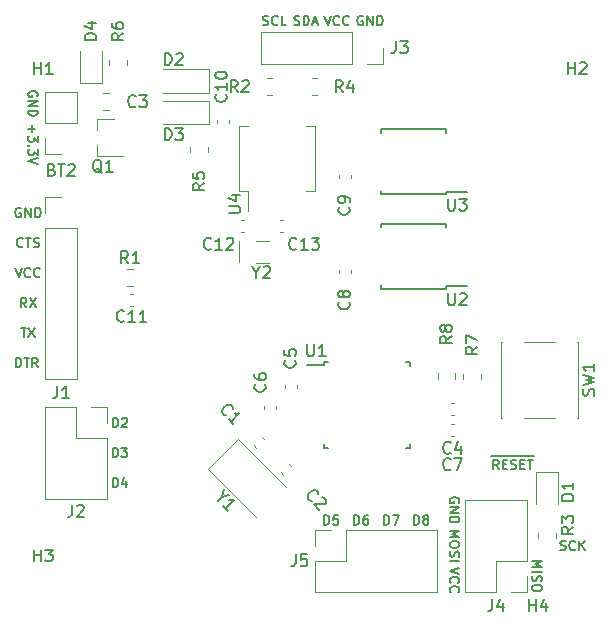
<source format=gbr>
%TF.GenerationSoftware,KiCad,Pcbnew,(5.1.9)-1*%
%TF.CreationDate,2021-02-03T11:38:48-08:00*%
%TF.ProjectId,ATMEGA328_RTC_EEPROM,41544d45-4741-4333-9238-5f5254435f45,1*%
%TF.SameCoordinates,Original*%
%TF.FileFunction,Legend,Top*%
%TF.FilePolarity,Positive*%
%FSLAX46Y46*%
G04 Gerber Fmt 4.6, Leading zero omitted, Abs format (unit mm)*
G04 Created by KiCad (PCBNEW (5.1.9)-1) date 2021-02-03 11:38:48*
%MOMM*%
%LPD*%
G01*
G04 APERTURE LIST*
%ADD10C,0.153000*%
%ADD11C,0.120000*%
%ADD12C,0.150000*%
G04 APERTURE END LIST*
D10*
X173596428Y-123005809D02*
X173710714Y-123043904D01*
X173901190Y-123043904D01*
X173977380Y-123005809D01*
X174015476Y-122967714D01*
X174053571Y-122891523D01*
X174053571Y-122815333D01*
X174015476Y-122739142D01*
X173977380Y-122701047D01*
X173901190Y-122662952D01*
X173748809Y-122624857D01*
X173672619Y-122586761D01*
X173634523Y-122548666D01*
X173596428Y-122472476D01*
X173596428Y-122396285D01*
X173634523Y-122320095D01*
X173672619Y-122282000D01*
X173748809Y-122243904D01*
X173939285Y-122243904D01*
X174053571Y-122282000D01*
X174853571Y-122967714D02*
X174815476Y-123005809D01*
X174701190Y-123043904D01*
X174625000Y-123043904D01*
X174510714Y-123005809D01*
X174434523Y-122929619D01*
X174396428Y-122853428D01*
X174358333Y-122701047D01*
X174358333Y-122586761D01*
X174396428Y-122434380D01*
X174434523Y-122358190D01*
X174510714Y-122282000D01*
X174625000Y-122243904D01*
X174701190Y-122243904D01*
X174815476Y-122282000D01*
X174853571Y-122320095D01*
X175196428Y-123043904D02*
X175196428Y-122243904D01*
X175653571Y-123043904D02*
X175310714Y-122586761D01*
X175653571Y-122243904D02*
X175196428Y-122701047D01*
X167735476Y-115049100D02*
X168535476Y-115049100D01*
X168383095Y-116185904D02*
X168116428Y-115804952D01*
X167925952Y-116185904D02*
X167925952Y-115385904D01*
X168230714Y-115385904D01*
X168306904Y-115424000D01*
X168345000Y-115462095D01*
X168383095Y-115538285D01*
X168383095Y-115652571D01*
X168345000Y-115728761D01*
X168306904Y-115766857D01*
X168230714Y-115804952D01*
X167925952Y-115804952D01*
X168535476Y-115049100D02*
X169259285Y-115049100D01*
X168725952Y-115766857D02*
X168992619Y-115766857D01*
X169106904Y-116185904D02*
X168725952Y-116185904D01*
X168725952Y-115385904D01*
X169106904Y-115385904D01*
X169259285Y-115049100D02*
X170021190Y-115049100D01*
X169411666Y-116147809D02*
X169525952Y-116185904D01*
X169716428Y-116185904D01*
X169792619Y-116147809D01*
X169830714Y-116109714D01*
X169868809Y-116033523D01*
X169868809Y-115957333D01*
X169830714Y-115881142D01*
X169792619Y-115843047D01*
X169716428Y-115804952D01*
X169564047Y-115766857D01*
X169487857Y-115728761D01*
X169449761Y-115690666D01*
X169411666Y-115614476D01*
X169411666Y-115538285D01*
X169449761Y-115462095D01*
X169487857Y-115424000D01*
X169564047Y-115385904D01*
X169754523Y-115385904D01*
X169868809Y-115424000D01*
X170021190Y-115049100D02*
X170745000Y-115049100D01*
X170211666Y-115766857D02*
X170478333Y-115766857D01*
X170592619Y-116185904D02*
X170211666Y-116185904D01*
X170211666Y-115385904D01*
X170592619Y-115385904D01*
X170745000Y-115049100D02*
X171354523Y-115049100D01*
X170821190Y-115385904D02*
X171278333Y-115385904D01*
X171049761Y-116185904D02*
X171049761Y-115385904D01*
X129305000Y-84607476D02*
X129343095Y-84531285D01*
X129343095Y-84417000D01*
X129305000Y-84302714D01*
X129228809Y-84226523D01*
X129152619Y-84188428D01*
X129000238Y-84150333D01*
X128885952Y-84150333D01*
X128733571Y-84188428D01*
X128657380Y-84226523D01*
X128581190Y-84302714D01*
X128543095Y-84417000D01*
X128543095Y-84493190D01*
X128581190Y-84607476D01*
X128619285Y-84645571D01*
X128885952Y-84645571D01*
X128885952Y-84493190D01*
X128543095Y-84988428D02*
X129343095Y-84988428D01*
X128543095Y-85445571D01*
X129343095Y-85445571D01*
X128543095Y-85826523D02*
X129343095Y-85826523D01*
X129343095Y-86017000D01*
X129305000Y-86131285D01*
X129228809Y-86207476D01*
X129152619Y-86245571D01*
X129000238Y-86283666D01*
X128885952Y-86283666D01*
X128733571Y-86245571D01*
X128657380Y-86207476D01*
X128581190Y-86131285D01*
X128543095Y-86017000D01*
X128543095Y-85826523D01*
X128847857Y-87046000D02*
X128847857Y-87655523D01*
X128543095Y-87350761D02*
X129152619Y-87350761D01*
X129343095Y-87960285D02*
X129343095Y-88455523D01*
X129038333Y-88188857D01*
X129038333Y-88303142D01*
X129000238Y-88379333D01*
X128962142Y-88417428D01*
X128885952Y-88455523D01*
X128695476Y-88455523D01*
X128619285Y-88417428D01*
X128581190Y-88379333D01*
X128543095Y-88303142D01*
X128543095Y-88074571D01*
X128581190Y-87998380D01*
X128619285Y-87960285D01*
X128619285Y-88798380D02*
X128581190Y-88836476D01*
X128543095Y-88798380D01*
X128581190Y-88760285D01*
X128619285Y-88798380D01*
X128543095Y-88798380D01*
X129343095Y-89103142D02*
X129343095Y-89598380D01*
X129038333Y-89331714D01*
X129038333Y-89446000D01*
X129000238Y-89522190D01*
X128962142Y-89560285D01*
X128885952Y-89598380D01*
X128695476Y-89598380D01*
X128619285Y-89560285D01*
X128581190Y-89522190D01*
X128543095Y-89446000D01*
X128543095Y-89217428D01*
X128581190Y-89141238D01*
X128619285Y-89103142D01*
X129343095Y-89826952D02*
X128543095Y-90093619D01*
X129343095Y-90360285D01*
X148399619Y-78555809D02*
X148513904Y-78593904D01*
X148704380Y-78593904D01*
X148780571Y-78555809D01*
X148818666Y-78517714D01*
X148856761Y-78441523D01*
X148856761Y-78365333D01*
X148818666Y-78289142D01*
X148780571Y-78251047D01*
X148704380Y-78212952D01*
X148552000Y-78174857D01*
X148475809Y-78136761D01*
X148437714Y-78098666D01*
X148399619Y-78022476D01*
X148399619Y-77946285D01*
X148437714Y-77870095D01*
X148475809Y-77832000D01*
X148552000Y-77793904D01*
X148742476Y-77793904D01*
X148856761Y-77832000D01*
X149656761Y-78517714D02*
X149618666Y-78555809D01*
X149504380Y-78593904D01*
X149428190Y-78593904D01*
X149313904Y-78555809D01*
X149237714Y-78479619D01*
X149199619Y-78403428D01*
X149161523Y-78251047D01*
X149161523Y-78136761D01*
X149199619Y-77984380D01*
X149237714Y-77908190D01*
X149313904Y-77832000D01*
X149428190Y-77793904D01*
X149504380Y-77793904D01*
X149618666Y-77832000D01*
X149656761Y-77870095D01*
X150380571Y-78593904D02*
X149999619Y-78593904D01*
X149999619Y-77793904D01*
X151047571Y-78555809D02*
X151161857Y-78593904D01*
X151352333Y-78593904D01*
X151428523Y-78555809D01*
X151466619Y-78517714D01*
X151504714Y-78441523D01*
X151504714Y-78365333D01*
X151466619Y-78289142D01*
X151428523Y-78251047D01*
X151352333Y-78212952D01*
X151199952Y-78174857D01*
X151123761Y-78136761D01*
X151085666Y-78098666D01*
X151047571Y-78022476D01*
X151047571Y-77946285D01*
X151085666Y-77870095D01*
X151123761Y-77832000D01*
X151199952Y-77793904D01*
X151390428Y-77793904D01*
X151504714Y-77832000D01*
X151847571Y-78593904D02*
X151847571Y-77793904D01*
X152038047Y-77793904D01*
X152152333Y-77832000D01*
X152228523Y-77908190D01*
X152266619Y-77984380D01*
X152304714Y-78136761D01*
X152304714Y-78251047D01*
X152266619Y-78403428D01*
X152228523Y-78479619D01*
X152152333Y-78555809D01*
X152038047Y-78593904D01*
X151847571Y-78593904D01*
X152609476Y-78365333D02*
X152990428Y-78365333D01*
X152533285Y-78593904D02*
X152799952Y-77793904D01*
X153066619Y-78593904D01*
X153619333Y-77793904D02*
X153886000Y-78593904D01*
X154152666Y-77793904D01*
X154876476Y-78517714D02*
X154838380Y-78555809D01*
X154724095Y-78593904D01*
X154647904Y-78593904D01*
X154533619Y-78555809D01*
X154457428Y-78479619D01*
X154419333Y-78403428D01*
X154381238Y-78251047D01*
X154381238Y-78136761D01*
X154419333Y-77984380D01*
X154457428Y-77908190D01*
X154533619Y-77832000D01*
X154647904Y-77793904D01*
X154724095Y-77793904D01*
X154838380Y-77832000D01*
X154876476Y-77870095D01*
X155676476Y-78517714D02*
X155638380Y-78555809D01*
X155524095Y-78593904D01*
X155447904Y-78593904D01*
X155333619Y-78555809D01*
X155257428Y-78479619D01*
X155219333Y-78403428D01*
X155181238Y-78251047D01*
X155181238Y-78136761D01*
X155219333Y-77984380D01*
X155257428Y-77908190D01*
X155333619Y-77832000D01*
X155447904Y-77793904D01*
X155524095Y-77793904D01*
X155638380Y-77832000D01*
X155676476Y-77870095D01*
X156870476Y-77832000D02*
X156794285Y-77793904D01*
X156680000Y-77793904D01*
X156565714Y-77832000D01*
X156489523Y-77908190D01*
X156451428Y-77984380D01*
X156413333Y-78136761D01*
X156413333Y-78251047D01*
X156451428Y-78403428D01*
X156489523Y-78479619D01*
X156565714Y-78555809D01*
X156680000Y-78593904D01*
X156756190Y-78593904D01*
X156870476Y-78555809D01*
X156908571Y-78517714D01*
X156908571Y-78251047D01*
X156756190Y-78251047D01*
X157251428Y-78593904D02*
X157251428Y-77793904D01*
X157708571Y-78593904D01*
X157708571Y-77793904D01*
X158089523Y-78593904D02*
X158089523Y-77793904D01*
X158280000Y-77793904D01*
X158394285Y-77832000D01*
X158470476Y-77908190D01*
X158508571Y-77984380D01*
X158546666Y-78136761D01*
X158546666Y-78251047D01*
X158508571Y-78403428D01*
X158470476Y-78479619D01*
X158394285Y-78555809D01*
X158280000Y-78593904D01*
X158089523Y-78593904D01*
X171215095Y-123964857D02*
X172015095Y-123964857D01*
X171443666Y-124231523D01*
X172015095Y-124498190D01*
X171215095Y-124498190D01*
X171215095Y-124879142D02*
X172015095Y-124879142D01*
X171253190Y-125222000D02*
X171215095Y-125336285D01*
X171215095Y-125526761D01*
X171253190Y-125602952D01*
X171291285Y-125641047D01*
X171367476Y-125679142D01*
X171443666Y-125679142D01*
X171519857Y-125641047D01*
X171557952Y-125602952D01*
X171596047Y-125526761D01*
X171634142Y-125374380D01*
X171672238Y-125298190D01*
X171710333Y-125260095D01*
X171786523Y-125222000D01*
X171862714Y-125222000D01*
X171938904Y-125260095D01*
X171977000Y-125298190D01*
X172015095Y-125374380D01*
X172015095Y-125564857D01*
X171977000Y-125679142D01*
X172015095Y-126174380D02*
X172015095Y-126326761D01*
X171977000Y-126402952D01*
X171900809Y-126479142D01*
X171748428Y-126517238D01*
X171481761Y-126517238D01*
X171329380Y-126479142D01*
X171253190Y-126402952D01*
X171215095Y-126326761D01*
X171215095Y-126174380D01*
X171253190Y-126098190D01*
X171329380Y-126022000D01*
X171481761Y-125983904D01*
X171748428Y-125983904D01*
X171900809Y-126022000D01*
X171977000Y-126098190D01*
X172015095Y-126174380D01*
X165030095Y-124536333D02*
X164230095Y-124803000D01*
X165030095Y-125069666D01*
X164306285Y-125793476D02*
X164268190Y-125755380D01*
X164230095Y-125641095D01*
X164230095Y-125564904D01*
X164268190Y-125450619D01*
X164344380Y-125374428D01*
X164420571Y-125336333D01*
X164572952Y-125298238D01*
X164687238Y-125298238D01*
X164839619Y-125336333D01*
X164915809Y-125374428D01*
X164992000Y-125450619D01*
X165030095Y-125564904D01*
X165030095Y-125641095D01*
X164992000Y-125755380D01*
X164953904Y-125793476D01*
X164306285Y-126593476D02*
X164268190Y-126555380D01*
X164230095Y-126441095D01*
X164230095Y-126364904D01*
X164268190Y-126250619D01*
X164344380Y-126174428D01*
X164420571Y-126136333D01*
X164572952Y-126098238D01*
X164687238Y-126098238D01*
X164839619Y-126136333D01*
X164915809Y-126174428D01*
X164992000Y-126250619D01*
X165030095Y-126364904D01*
X165030095Y-126441095D01*
X164992000Y-126555380D01*
X164953904Y-126593476D01*
X164230095Y-121424857D02*
X165030095Y-121424857D01*
X164458666Y-121691523D01*
X165030095Y-121958190D01*
X164230095Y-121958190D01*
X165030095Y-122491523D02*
X165030095Y-122643904D01*
X164992000Y-122720095D01*
X164915809Y-122796285D01*
X164763428Y-122834380D01*
X164496761Y-122834380D01*
X164344380Y-122796285D01*
X164268190Y-122720095D01*
X164230095Y-122643904D01*
X164230095Y-122491523D01*
X164268190Y-122415333D01*
X164344380Y-122339142D01*
X164496761Y-122301047D01*
X164763428Y-122301047D01*
X164915809Y-122339142D01*
X164992000Y-122415333D01*
X165030095Y-122491523D01*
X164268190Y-123139142D02*
X164230095Y-123253428D01*
X164230095Y-123443904D01*
X164268190Y-123520095D01*
X164306285Y-123558190D01*
X164382476Y-123596285D01*
X164458666Y-123596285D01*
X164534857Y-123558190D01*
X164572952Y-123520095D01*
X164611047Y-123443904D01*
X164649142Y-123291523D01*
X164687238Y-123215333D01*
X164725333Y-123177238D01*
X164801523Y-123139142D01*
X164877714Y-123139142D01*
X164953904Y-123177238D01*
X164992000Y-123215333D01*
X165030095Y-123291523D01*
X165030095Y-123482000D01*
X164992000Y-123596285D01*
X164230095Y-123939142D02*
X165030095Y-123939142D01*
X164992000Y-119024476D02*
X165030095Y-118948285D01*
X165030095Y-118834000D01*
X164992000Y-118719714D01*
X164915809Y-118643523D01*
X164839619Y-118605428D01*
X164687238Y-118567333D01*
X164572952Y-118567333D01*
X164420571Y-118605428D01*
X164344380Y-118643523D01*
X164268190Y-118719714D01*
X164230095Y-118834000D01*
X164230095Y-118910190D01*
X164268190Y-119024476D01*
X164306285Y-119062571D01*
X164572952Y-119062571D01*
X164572952Y-118910190D01*
X164230095Y-119405428D02*
X165030095Y-119405428D01*
X164230095Y-119862571D01*
X165030095Y-119862571D01*
X164230095Y-120243523D02*
X165030095Y-120243523D01*
X165030095Y-120434000D01*
X164992000Y-120548285D01*
X164915809Y-120624476D01*
X164839619Y-120662571D01*
X164687238Y-120700666D01*
X164572952Y-120700666D01*
X164420571Y-120662571D01*
X164344380Y-120624476D01*
X164268190Y-120548285D01*
X164230095Y-120434000D01*
X164230095Y-120243523D01*
X161207523Y-120884904D02*
X161207523Y-120084904D01*
X161398000Y-120084904D01*
X161512285Y-120123000D01*
X161588476Y-120199190D01*
X161626571Y-120275380D01*
X161664666Y-120427761D01*
X161664666Y-120542047D01*
X161626571Y-120694428D01*
X161588476Y-120770619D01*
X161512285Y-120846809D01*
X161398000Y-120884904D01*
X161207523Y-120884904D01*
X162121809Y-120427761D02*
X162045619Y-120389666D01*
X162007523Y-120351571D01*
X161969428Y-120275380D01*
X161969428Y-120237285D01*
X162007523Y-120161095D01*
X162045619Y-120123000D01*
X162121809Y-120084904D01*
X162274190Y-120084904D01*
X162350380Y-120123000D01*
X162388476Y-120161095D01*
X162426571Y-120237285D01*
X162426571Y-120275380D01*
X162388476Y-120351571D01*
X162350380Y-120389666D01*
X162274190Y-120427761D01*
X162121809Y-120427761D01*
X162045619Y-120465857D01*
X162007523Y-120503952D01*
X161969428Y-120580142D01*
X161969428Y-120732523D01*
X162007523Y-120808714D01*
X162045619Y-120846809D01*
X162121809Y-120884904D01*
X162274190Y-120884904D01*
X162350380Y-120846809D01*
X162388476Y-120808714D01*
X162426571Y-120732523D01*
X162426571Y-120580142D01*
X162388476Y-120503952D01*
X162350380Y-120465857D01*
X162274190Y-120427761D01*
X158667523Y-120884904D02*
X158667523Y-120084904D01*
X158858000Y-120084904D01*
X158972285Y-120123000D01*
X159048476Y-120199190D01*
X159086571Y-120275380D01*
X159124666Y-120427761D01*
X159124666Y-120542047D01*
X159086571Y-120694428D01*
X159048476Y-120770619D01*
X158972285Y-120846809D01*
X158858000Y-120884904D01*
X158667523Y-120884904D01*
X159391333Y-120084904D02*
X159924666Y-120084904D01*
X159581809Y-120884904D01*
X156127523Y-120884904D02*
X156127523Y-120084904D01*
X156318000Y-120084904D01*
X156432285Y-120123000D01*
X156508476Y-120199190D01*
X156546571Y-120275380D01*
X156584666Y-120427761D01*
X156584666Y-120542047D01*
X156546571Y-120694428D01*
X156508476Y-120770619D01*
X156432285Y-120846809D01*
X156318000Y-120884904D01*
X156127523Y-120884904D01*
X157270380Y-120084904D02*
X157118000Y-120084904D01*
X157041809Y-120123000D01*
X157003714Y-120161095D01*
X156927523Y-120275380D01*
X156889428Y-120427761D01*
X156889428Y-120732523D01*
X156927523Y-120808714D01*
X156965619Y-120846809D01*
X157041809Y-120884904D01*
X157194190Y-120884904D01*
X157270380Y-120846809D01*
X157308476Y-120808714D01*
X157346571Y-120732523D01*
X157346571Y-120542047D01*
X157308476Y-120465857D01*
X157270380Y-120427761D01*
X157194190Y-120389666D01*
X157041809Y-120389666D01*
X156965619Y-120427761D01*
X156927523Y-120465857D01*
X156889428Y-120542047D01*
X153587523Y-120884904D02*
X153587523Y-120084904D01*
X153778000Y-120084904D01*
X153892285Y-120123000D01*
X153968476Y-120199190D01*
X154006571Y-120275380D01*
X154044666Y-120427761D01*
X154044666Y-120542047D01*
X154006571Y-120694428D01*
X153968476Y-120770619D01*
X153892285Y-120846809D01*
X153778000Y-120884904D01*
X153587523Y-120884904D01*
X154768476Y-120084904D02*
X154387523Y-120084904D01*
X154349428Y-120465857D01*
X154387523Y-120427761D01*
X154463714Y-120389666D01*
X154654190Y-120389666D01*
X154730380Y-120427761D01*
X154768476Y-120465857D01*
X154806571Y-120542047D01*
X154806571Y-120732523D01*
X154768476Y-120808714D01*
X154730380Y-120846809D01*
X154654190Y-120884904D01*
X154463714Y-120884904D01*
X154387523Y-120846809D01*
X154349428Y-120808714D01*
X135680523Y-117709904D02*
X135680523Y-116909904D01*
X135871000Y-116909904D01*
X135985285Y-116948000D01*
X136061476Y-117024190D01*
X136099571Y-117100380D01*
X136137666Y-117252761D01*
X136137666Y-117367047D01*
X136099571Y-117519428D01*
X136061476Y-117595619D01*
X135985285Y-117671809D01*
X135871000Y-117709904D01*
X135680523Y-117709904D01*
X136823380Y-117176571D02*
X136823380Y-117709904D01*
X136632904Y-116871809D02*
X136442428Y-117443238D01*
X136937666Y-117443238D01*
X135680523Y-115169904D02*
X135680523Y-114369904D01*
X135871000Y-114369904D01*
X135985285Y-114408000D01*
X136061476Y-114484190D01*
X136099571Y-114560380D01*
X136137666Y-114712761D01*
X136137666Y-114827047D01*
X136099571Y-114979428D01*
X136061476Y-115055619D01*
X135985285Y-115131809D01*
X135871000Y-115169904D01*
X135680523Y-115169904D01*
X136404333Y-114369904D02*
X136899571Y-114369904D01*
X136632904Y-114674666D01*
X136747190Y-114674666D01*
X136823380Y-114712761D01*
X136861476Y-114750857D01*
X136899571Y-114827047D01*
X136899571Y-115017523D01*
X136861476Y-115093714D01*
X136823380Y-115131809D01*
X136747190Y-115169904D01*
X136518619Y-115169904D01*
X136442428Y-115131809D01*
X136404333Y-115093714D01*
X135680523Y-112629904D02*
X135680523Y-111829904D01*
X135871000Y-111829904D01*
X135985285Y-111868000D01*
X136061476Y-111944190D01*
X136099571Y-112020380D01*
X136137666Y-112172761D01*
X136137666Y-112287047D01*
X136099571Y-112439428D01*
X136061476Y-112515619D01*
X135985285Y-112591809D01*
X135871000Y-112629904D01*
X135680523Y-112629904D01*
X136442428Y-111906095D02*
X136480523Y-111868000D01*
X136556714Y-111829904D01*
X136747190Y-111829904D01*
X136823380Y-111868000D01*
X136861476Y-111906095D01*
X136899571Y-111982285D01*
X136899571Y-112058476D01*
X136861476Y-112172761D01*
X136404333Y-112629904D01*
X136899571Y-112629904D01*
X127482714Y-107549904D02*
X127482714Y-106749904D01*
X127673190Y-106749904D01*
X127787476Y-106788000D01*
X127863666Y-106864190D01*
X127901761Y-106940380D01*
X127939857Y-107092761D01*
X127939857Y-107207047D01*
X127901761Y-107359428D01*
X127863666Y-107435619D01*
X127787476Y-107511809D01*
X127673190Y-107549904D01*
X127482714Y-107549904D01*
X128168428Y-106749904D02*
X128625571Y-106749904D01*
X128397000Y-107549904D02*
X128397000Y-106749904D01*
X129349380Y-107549904D02*
X129082714Y-107168952D01*
X128892238Y-107549904D02*
X128892238Y-106749904D01*
X129197000Y-106749904D01*
X129273190Y-106788000D01*
X129311285Y-106826095D01*
X129349380Y-106902285D01*
X129349380Y-107016571D01*
X129311285Y-107092761D01*
X129273190Y-107130857D01*
X129197000Y-107168952D01*
X128892238Y-107168952D01*
X127914476Y-104209904D02*
X128371619Y-104209904D01*
X128143047Y-105009904D02*
X128143047Y-104209904D01*
X128562095Y-104209904D02*
X129095428Y-105009904D01*
X129095428Y-104209904D02*
X128562095Y-105009904D01*
X128390666Y-102469904D02*
X128124000Y-102088952D01*
X127933523Y-102469904D02*
X127933523Y-101669904D01*
X128238285Y-101669904D01*
X128314476Y-101708000D01*
X128352571Y-101746095D01*
X128390666Y-101822285D01*
X128390666Y-101936571D01*
X128352571Y-102012761D01*
X128314476Y-102050857D01*
X128238285Y-102088952D01*
X127933523Y-102088952D01*
X128657333Y-101669904D02*
X129190666Y-102469904D01*
X129190666Y-101669904D02*
X128657333Y-102469904D01*
X127914476Y-94088000D02*
X127838285Y-94049904D01*
X127724000Y-94049904D01*
X127609714Y-94088000D01*
X127533523Y-94164190D01*
X127495428Y-94240380D01*
X127457333Y-94392761D01*
X127457333Y-94507047D01*
X127495428Y-94659428D01*
X127533523Y-94735619D01*
X127609714Y-94811809D01*
X127724000Y-94849904D01*
X127800190Y-94849904D01*
X127914476Y-94811809D01*
X127952571Y-94773714D01*
X127952571Y-94507047D01*
X127800190Y-94507047D01*
X128295428Y-94849904D02*
X128295428Y-94049904D01*
X128752571Y-94849904D01*
X128752571Y-94049904D01*
X129133523Y-94849904D02*
X129133523Y-94049904D01*
X129324000Y-94049904D01*
X129438285Y-94088000D01*
X129514476Y-94164190D01*
X129552571Y-94240380D01*
X129590666Y-94392761D01*
X129590666Y-94507047D01*
X129552571Y-94659428D01*
X129514476Y-94735619D01*
X129438285Y-94811809D01*
X129324000Y-94849904D01*
X129133523Y-94849904D01*
X128085904Y-97313714D02*
X128047809Y-97351809D01*
X127933523Y-97389904D01*
X127857333Y-97389904D01*
X127743047Y-97351809D01*
X127666857Y-97275619D01*
X127628761Y-97199428D01*
X127590666Y-97047047D01*
X127590666Y-96932761D01*
X127628761Y-96780380D01*
X127666857Y-96704190D01*
X127743047Y-96628000D01*
X127857333Y-96589904D01*
X127933523Y-96589904D01*
X128047809Y-96628000D01*
X128085904Y-96666095D01*
X128314476Y-96589904D02*
X128771619Y-96589904D01*
X128543047Y-97389904D02*
X128543047Y-96589904D01*
X129000190Y-97351809D02*
X129114476Y-97389904D01*
X129304952Y-97389904D01*
X129381142Y-97351809D01*
X129419238Y-97313714D01*
X129457333Y-97237523D01*
X129457333Y-97161333D01*
X129419238Y-97085142D01*
X129381142Y-97047047D01*
X129304952Y-97008952D01*
X129152571Y-96970857D01*
X129076380Y-96932761D01*
X129038285Y-96894666D01*
X129000190Y-96818476D01*
X129000190Y-96742285D01*
X129038285Y-96666095D01*
X129076380Y-96628000D01*
X129152571Y-96589904D01*
X129343047Y-96589904D01*
X129457333Y-96628000D01*
X127457333Y-99129904D02*
X127724000Y-99929904D01*
X127990666Y-99129904D01*
X128714476Y-99853714D02*
X128676380Y-99891809D01*
X128562095Y-99929904D01*
X128485904Y-99929904D01*
X128371619Y-99891809D01*
X128295428Y-99815619D01*
X128257333Y-99739428D01*
X128219238Y-99587047D01*
X128219238Y-99472761D01*
X128257333Y-99320380D01*
X128295428Y-99244190D01*
X128371619Y-99168000D01*
X128485904Y-99129904D01*
X128562095Y-99129904D01*
X128676380Y-99168000D01*
X128714476Y-99206095D01*
X129514476Y-99853714D02*
X129476380Y-99891809D01*
X129362095Y-99929904D01*
X129285904Y-99929904D01*
X129171619Y-99891809D01*
X129095428Y-99815619D01*
X129057333Y-99739428D01*
X129019238Y-99587047D01*
X129019238Y-99472761D01*
X129057333Y-99320380D01*
X129095428Y-99244190D01*
X129171619Y-99168000D01*
X129285904Y-99129904D01*
X129362095Y-99129904D01*
X129476380Y-99168000D01*
X129514476Y-99206095D01*
D11*
%TO.C,Y2*%
X146386000Y-96890000D02*
X146386000Y-98690000D01*
X147786000Y-98740000D02*
X148886000Y-98740000D01*
X147786000Y-96840000D02*
X148886000Y-96840000D01*
%TO.C,Y1*%
X150336833Y-117692248D02*
X146270969Y-113626384D01*
X146270969Y-113626384D02*
X143725384Y-116171969D01*
X143725384Y-116171969D02*
X147791248Y-120237833D01*
%TO.C,U4*%
X147141000Y-92676000D02*
X147141000Y-94366000D01*
X146396000Y-92676000D02*
X147141000Y-92676000D01*
X146396000Y-89916000D02*
X146396000Y-92676000D01*
X146396000Y-87156000D02*
X147141000Y-87156000D01*
X146396000Y-89916000D02*
X146396000Y-87156000D01*
X152816000Y-92676000D02*
X152071000Y-92676000D01*
X152816000Y-89916000D02*
X152816000Y-92676000D01*
X152816000Y-87156000D02*
X152071000Y-87156000D01*
X152816000Y-89916000D02*
X152816000Y-87156000D01*
D12*
%TO.C,U3*%
X163913000Y-92925000D02*
X163913000Y-92720000D01*
X158413000Y-92925000D02*
X158413000Y-92625000D01*
X158413000Y-87415000D02*
X158413000Y-87715000D01*
X163913000Y-87415000D02*
X163913000Y-87715000D01*
X163913000Y-92925000D02*
X158413000Y-92925000D01*
X163913000Y-87415000D02*
X158413000Y-87415000D01*
X163913000Y-92720000D02*
X165663000Y-92720000D01*
%TO.C,U2*%
X163913000Y-100926000D02*
X163913000Y-100721000D01*
X158413000Y-100926000D02*
X158413000Y-100626000D01*
X158413000Y-95416000D02*
X158413000Y-95716000D01*
X163913000Y-95416000D02*
X163913000Y-95716000D01*
X163913000Y-100926000D02*
X158413000Y-100926000D01*
X163913000Y-95416000D02*
X158413000Y-95416000D01*
X163913000Y-100721000D02*
X165663000Y-100721000D01*
%TO.C,U1*%
X153601000Y-107119000D02*
X153601000Y-107344000D01*
X160851000Y-107119000D02*
X160851000Y-107444000D01*
X160851000Y-114369000D02*
X160851000Y-114044000D01*
X153601000Y-114369000D02*
X153601000Y-114044000D01*
X153601000Y-107119000D02*
X153926000Y-107119000D01*
X153601000Y-114369000D02*
X153926000Y-114369000D01*
X160851000Y-114369000D02*
X160526000Y-114369000D01*
X160851000Y-107119000D02*
X160526000Y-107119000D01*
X153601000Y-107344000D02*
X152176000Y-107344000D01*
D11*
%TO.C,SW1*%
X168601000Y-105398000D02*
X168601000Y-111858000D01*
X173131000Y-105398000D02*
X170531000Y-105398000D01*
X175061000Y-105398000D02*
X175061000Y-111858000D01*
X173131000Y-111858000D02*
X170531000Y-111858000D01*
X175031000Y-105398000D02*
X175061000Y-105398000D01*
X168601000Y-105398000D02*
X168631000Y-105398000D01*
X168601000Y-111858000D02*
X168631000Y-111858000D01*
X175061000Y-111858000D02*
X175031000Y-111858000D01*
%TO.C,R6*%
X136879000Y-82015064D02*
X136879000Y-81560936D01*
X135409000Y-82015064D02*
X135409000Y-81560936D01*
%TO.C,R5*%
X142267000Y-88926936D02*
X142267000Y-89381064D01*
X143737000Y-88926936D02*
X143737000Y-89381064D01*
%TO.C,R4*%
X153008064Y-83085000D02*
X152553936Y-83085000D01*
X153008064Y-84555000D02*
X152553936Y-84555000D01*
%TO.C,R3*%
X171731000Y-122020064D02*
X171731000Y-121565936D01*
X173201000Y-122020064D02*
X173201000Y-121565936D01*
%TO.C,R2*%
X148743936Y-84555000D02*
X149198064Y-84555000D01*
X148743936Y-83085000D02*
X149198064Y-83085000D01*
%TO.C,R1*%
X136932936Y-99214000D02*
X137387064Y-99214000D01*
X136932936Y-100684000D02*
X137387064Y-100684000D01*
%TO.C,Q1*%
X134368000Y-86558000D02*
X135828000Y-86558000D01*
X134368000Y-89718000D02*
X136528000Y-89718000D01*
X134368000Y-89718000D02*
X134368000Y-88788000D01*
X134368000Y-86558000D02*
X134368000Y-87488000D01*
%TO.C,J4*%
X170748000Y-118812000D02*
X165548000Y-118812000D01*
X170748000Y-123952000D02*
X170748000Y-118812000D01*
X165548000Y-126552000D02*
X165548000Y-118812000D01*
X170748000Y-123952000D02*
X168148000Y-123952000D01*
X168148000Y-123952000D02*
X168148000Y-126552000D01*
X168148000Y-126552000D02*
X165548000Y-126552000D01*
X170748000Y-125222000D02*
X170748000Y-126552000D01*
X170748000Y-126552000D02*
X169418000Y-126552000D01*
%TO.C,J3*%
X158556000Y-80518000D02*
X158556000Y-81848000D01*
X158556000Y-81848000D02*
X157226000Y-81848000D01*
X155956000Y-81848000D02*
X148276000Y-81848000D01*
X148276000Y-79188000D02*
X148276000Y-81848000D01*
X155956000Y-79188000D02*
X148276000Y-79188000D01*
X155956000Y-79188000D02*
X155956000Y-81848000D01*
%TO.C,J1*%
X129988000Y-108518000D02*
X132648000Y-108518000D01*
X129988000Y-95758000D02*
X129988000Y-108518000D01*
X132648000Y-95758000D02*
X132648000Y-108518000D01*
X129988000Y-95758000D02*
X132648000Y-95758000D01*
X129988000Y-94488000D02*
X129988000Y-93158000D01*
X129988000Y-93158000D02*
X131318000Y-93158000D01*
%TO.C,D4*%
X134818000Y-83473000D02*
X134818000Y-80788000D01*
X132898000Y-83473000D02*
X134818000Y-83473000D01*
X132898000Y-80788000D02*
X132898000Y-83473000D01*
%TO.C,D3*%
X143855000Y-86979000D02*
X139955000Y-86979000D01*
X143855000Y-84979000D02*
X139955000Y-84979000D01*
X143855000Y-86979000D02*
X143855000Y-84979000D01*
%TO.C,D2*%
X143855000Y-84312000D02*
X139955000Y-84312000D01*
X143855000Y-82312000D02*
X139955000Y-82312000D01*
X143855000Y-84312000D02*
X143855000Y-82312000D01*
%TO.C,D1*%
X173426000Y-119110000D02*
X173426000Y-116425000D01*
X173426000Y-116425000D02*
X171506000Y-116425000D01*
X171506000Y-116425000D02*
X171506000Y-119110000D01*
%TO.C,C11*%
X137427580Y-102364000D02*
X137146420Y-102364000D01*
X137427580Y-101344000D02*
X137146420Y-101344000D01*
%TO.C,C10*%
X144524000Y-86600420D02*
X144524000Y-86881580D01*
X145544000Y-86600420D02*
X145544000Y-86881580D01*
%TO.C,C9*%
X154811000Y-91580580D02*
X154811000Y-91299420D01*
X155831000Y-91580580D02*
X155831000Y-91299420D01*
%TO.C,C8*%
X154811000Y-99581580D02*
X154811000Y-99300420D01*
X155831000Y-99581580D02*
X155831000Y-99300420D01*
%TO.C,C3*%
X135389252Y-84355000D02*
X134866748Y-84355000D01*
X135389252Y-85825000D02*
X134866748Y-85825000D01*
%TO.C,BT2*%
X131318000Y-89468000D02*
X129988000Y-89468000D01*
X129988000Y-89468000D02*
X129988000Y-88138000D01*
X129988000Y-86868000D02*
X129988000Y-84268000D01*
X132648000Y-84268000D02*
X129988000Y-84268000D01*
X132648000Y-86868000D02*
X132648000Y-84268000D01*
X132648000Y-86868000D02*
X129988000Y-86868000D01*
%TO.C,C1*%
X148542030Y-113657781D02*
X148343219Y-113458970D01*
X147820781Y-114379030D02*
X147621970Y-114180219D01*
%TO.C,C2*%
X149907970Y-116466219D02*
X150106781Y-116665030D01*
X150629219Y-115744970D02*
X150828030Y-115943781D01*
%TO.C,C4*%
X164324420Y-110615000D02*
X164605580Y-110615000D01*
X164324420Y-111635000D02*
X164605580Y-111635000D01*
%TO.C,C5*%
X150239000Y-109360580D02*
X150239000Y-109079420D01*
X151259000Y-109360580D02*
X151259000Y-109079420D01*
%TO.C,C6*%
X148461000Y-111138580D02*
X148461000Y-110857420D01*
X149481000Y-111138580D02*
X149481000Y-110857420D01*
%TO.C,C7*%
X164324420Y-113413000D02*
X164605580Y-113413000D01*
X164324420Y-112393000D02*
X164605580Y-112393000D01*
%TO.C,C12*%
X146825580Y-95121000D02*
X146544420Y-95121000D01*
X146825580Y-96141000D02*
X146544420Y-96141000D01*
%TO.C,C13*%
X149846420Y-95121000D02*
X150127580Y-95121000D01*
X149846420Y-96141000D02*
X150127580Y-96141000D01*
%TO.C,R7*%
X165381000Y-108103936D02*
X165381000Y-108558064D01*
X166851000Y-108103936D02*
X166851000Y-108558064D01*
%TO.C,R8*%
X164692000Y-108534564D02*
X164692000Y-108080436D01*
X163222000Y-108534564D02*
X163222000Y-108080436D01*
%TO.C,J2*%
X129988000Y-110938000D02*
X132588000Y-110938000D01*
X129988000Y-110938000D02*
X129988000Y-118678000D01*
X129988000Y-118678000D02*
X135188000Y-118678000D01*
X135188000Y-113538000D02*
X135188000Y-118678000D01*
X132588000Y-113538000D02*
X135188000Y-113538000D01*
X132588000Y-110938000D02*
X132588000Y-113538000D01*
X135188000Y-110938000D02*
X135188000Y-112268000D01*
X133858000Y-110938000D02*
X135188000Y-110938000D01*
%TO.C,J5*%
X152848000Y-126552000D02*
X152848000Y-123952000D01*
X152848000Y-126552000D02*
X163128000Y-126552000D01*
X163128000Y-126552000D02*
X163128000Y-121352000D01*
X155448000Y-121352000D02*
X163128000Y-121352000D01*
X155448000Y-123952000D02*
X155448000Y-121352000D01*
X152848000Y-123952000D02*
X155448000Y-123952000D01*
X152848000Y-121352000D02*
X154178000Y-121352000D01*
X152848000Y-122682000D02*
X152848000Y-121352000D01*
%TO.C,Y2*%
D12*
X147859809Y-99544190D02*
X147859809Y-100020380D01*
X147526476Y-99020380D02*
X147859809Y-99544190D01*
X148193142Y-99020380D01*
X148478857Y-99115619D02*
X148526476Y-99068000D01*
X148621714Y-99020380D01*
X148859809Y-99020380D01*
X148955047Y-99068000D01*
X149002666Y-99115619D01*
X149050285Y-99210857D01*
X149050285Y-99306095D01*
X149002666Y-99448952D01*
X148431238Y-100020380D01*
X149050285Y-100020380D01*
%TO.C,Y1*%
D10*
X144968118Y-118518446D02*
X144631400Y-118855164D01*
X145102805Y-117912355D02*
X144968118Y-118518446D01*
X145574209Y-118383759D01*
X145473194Y-119696957D02*
X145069133Y-119292896D01*
X145271164Y-119494927D02*
X145978270Y-118787820D01*
X145809912Y-118821492D01*
X145675225Y-118821492D01*
X145574209Y-118787820D01*
%TO.C,U4*%
X145502380Y-94487904D02*
X146311904Y-94487904D01*
X146407142Y-94440285D01*
X146454761Y-94392666D01*
X146502380Y-94297428D01*
X146502380Y-94106952D01*
X146454761Y-94011714D01*
X146407142Y-93964095D01*
X146311904Y-93916476D01*
X145502380Y-93916476D01*
X145835714Y-93011714D02*
X146502380Y-93011714D01*
X145454761Y-93249809D02*
X146169047Y-93487904D01*
X146169047Y-92868857D01*
%TO.C,U3*%
X164084095Y-93302380D02*
X164084095Y-94111904D01*
X164131714Y-94207142D01*
X164179333Y-94254761D01*
X164274571Y-94302380D01*
X164465047Y-94302380D01*
X164560285Y-94254761D01*
X164607904Y-94207142D01*
X164655523Y-94111904D01*
X164655523Y-93302380D01*
X165036476Y-93302380D02*
X165655523Y-93302380D01*
X165322190Y-93683333D01*
X165465047Y-93683333D01*
X165560285Y-93730952D01*
X165607904Y-93778571D01*
X165655523Y-93873809D01*
X165655523Y-94111904D01*
X165607904Y-94207142D01*
X165560285Y-94254761D01*
X165465047Y-94302380D01*
X165179333Y-94302380D01*
X165084095Y-94254761D01*
X165036476Y-94207142D01*
%TO.C,U2*%
X164084095Y-101303380D02*
X164084095Y-102112904D01*
X164131714Y-102208142D01*
X164179333Y-102255761D01*
X164274571Y-102303380D01*
X164465047Y-102303380D01*
X164560285Y-102255761D01*
X164607904Y-102208142D01*
X164655523Y-102112904D01*
X164655523Y-101303380D01*
X165084095Y-101398619D02*
X165131714Y-101351000D01*
X165226952Y-101303380D01*
X165465047Y-101303380D01*
X165560285Y-101351000D01*
X165607904Y-101398619D01*
X165655523Y-101493857D01*
X165655523Y-101589095D01*
X165607904Y-101731952D01*
X165036476Y-102303380D01*
X165655523Y-102303380D01*
%TO.C,U1*%
X152146095Y-105624380D02*
X152146095Y-106433904D01*
X152193714Y-106529142D01*
X152241333Y-106576761D01*
X152336571Y-106624380D01*
X152527047Y-106624380D01*
X152622285Y-106576761D01*
X152669904Y-106529142D01*
X152717523Y-106433904D01*
X152717523Y-105624380D01*
X153717523Y-106624380D02*
X153146095Y-106624380D01*
X153431809Y-106624380D02*
X153431809Y-105624380D01*
X153336571Y-105767238D01*
X153241333Y-105862476D01*
X153146095Y-105910095D01*
%TO.C,SW1*%
X176426761Y-109961333D02*
X176474380Y-109818476D01*
X176474380Y-109580380D01*
X176426761Y-109485142D01*
X176379142Y-109437523D01*
X176283904Y-109389904D01*
X176188666Y-109389904D01*
X176093428Y-109437523D01*
X176045809Y-109485142D01*
X175998190Y-109580380D01*
X175950571Y-109770857D01*
X175902952Y-109866095D01*
X175855333Y-109913714D01*
X175760095Y-109961333D01*
X175664857Y-109961333D01*
X175569619Y-109913714D01*
X175522000Y-109866095D01*
X175474380Y-109770857D01*
X175474380Y-109532761D01*
X175522000Y-109389904D01*
X175474380Y-109056571D02*
X176474380Y-108818476D01*
X175760095Y-108628000D01*
X176474380Y-108437523D01*
X175474380Y-108199428D01*
X176474380Y-107294666D02*
X176474380Y-107866095D01*
X176474380Y-107580380D02*
X175474380Y-107580380D01*
X175617238Y-107675619D01*
X175712476Y-107770857D01*
X175760095Y-107866095D01*
%TO.C,R6*%
X136596380Y-79287666D02*
X136120190Y-79621000D01*
X136596380Y-79859095D02*
X135596380Y-79859095D01*
X135596380Y-79478142D01*
X135644000Y-79382904D01*
X135691619Y-79335285D01*
X135786857Y-79287666D01*
X135929714Y-79287666D01*
X136024952Y-79335285D01*
X136072571Y-79382904D01*
X136120190Y-79478142D01*
X136120190Y-79859095D01*
X135596380Y-78430523D02*
X135596380Y-78621000D01*
X135644000Y-78716238D01*
X135691619Y-78763857D01*
X135834476Y-78859095D01*
X136024952Y-78906714D01*
X136405904Y-78906714D01*
X136501142Y-78859095D01*
X136548761Y-78811476D01*
X136596380Y-78716238D01*
X136596380Y-78525761D01*
X136548761Y-78430523D01*
X136501142Y-78382904D01*
X136405904Y-78335285D01*
X136167809Y-78335285D01*
X136072571Y-78382904D01*
X136024952Y-78430523D01*
X135977333Y-78525761D01*
X135977333Y-78716238D01*
X136024952Y-78811476D01*
X136072571Y-78859095D01*
X136167809Y-78906714D01*
%TO.C,R5*%
X143454380Y-91987666D02*
X142978190Y-92321000D01*
X143454380Y-92559095D02*
X142454380Y-92559095D01*
X142454380Y-92178142D01*
X142502000Y-92082904D01*
X142549619Y-92035285D01*
X142644857Y-91987666D01*
X142787714Y-91987666D01*
X142882952Y-92035285D01*
X142930571Y-92082904D01*
X142978190Y-92178142D01*
X142978190Y-92559095D01*
X142454380Y-91082904D02*
X142454380Y-91559095D01*
X142930571Y-91606714D01*
X142882952Y-91559095D01*
X142835333Y-91463857D01*
X142835333Y-91225761D01*
X142882952Y-91130523D01*
X142930571Y-91082904D01*
X143025809Y-91035285D01*
X143263904Y-91035285D01*
X143359142Y-91082904D01*
X143406761Y-91130523D01*
X143454380Y-91225761D01*
X143454380Y-91463857D01*
X143406761Y-91559095D01*
X143359142Y-91606714D01*
%TO.C,R4*%
X155154333Y-84272380D02*
X154821000Y-83796190D01*
X154582904Y-84272380D02*
X154582904Y-83272380D01*
X154963857Y-83272380D01*
X155059095Y-83320000D01*
X155106714Y-83367619D01*
X155154333Y-83462857D01*
X155154333Y-83605714D01*
X155106714Y-83700952D01*
X155059095Y-83748571D01*
X154963857Y-83796190D01*
X154582904Y-83796190D01*
X156011476Y-83605714D02*
X156011476Y-84272380D01*
X155773380Y-83224761D02*
X155535285Y-83939047D01*
X156154333Y-83939047D01*
%TO.C,R3*%
X174696380Y-121070666D02*
X174220190Y-121404000D01*
X174696380Y-121642095D02*
X173696380Y-121642095D01*
X173696380Y-121261142D01*
X173744000Y-121165904D01*
X173791619Y-121118285D01*
X173886857Y-121070666D01*
X174029714Y-121070666D01*
X174124952Y-121118285D01*
X174172571Y-121165904D01*
X174220190Y-121261142D01*
X174220190Y-121642095D01*
X173696380Y-120737333D02*
X173696380Y-120118285D01*
X174077333Y-120451619D01*
X174077333Y-120308761D01*
X174124952Y-120213523D01*
X174172571Y-120165904D01*
X174267809Y-120118285D01*
X174505904Y-120118285D01*
X174601142Y-120165904D01*
X174648761Y-120213523D01*
X174696380Y-120308761D01*
X174696380Y-120594476D01*
X174648761Y-120689714D01*
X174601142Y-120737333D01*
%TO.C,R2*%
X146264333Y-84272380D02*
X145931000Y-83796190D01*
X145692904Y-84272380D02*
X145692904Y-83272380D01*
X146073857Y-83272380D01*
X146169095Y-83320000D01*
X146216714Y-83367619D01*
X146264333Y-83462857D01*
X146264333Y-83605714D01*
X146216714Y-83700952D01*
X146169095Y-83748571D01*
X146073857Y-83796190D01*
X145692904Y-83796190D01*
X146645285Y-83367619D02*
X146692904Y-83320000D01*
X146788142Y-83272380D01*
X147026238Y-83272380D01*
X147121476Y-83320000D01*
X147169095Y-83367619D01*
X147216714Y-83462857D01*
X147216714Y-83558095D01*
X147169095Y-83700952D01*
X146597666Y-84272380D01*
X147216714Y-84272380D01*
%TO.C,R1*%
X136993333Y-98751380D02*
X136660000Y-98275190D01*
X136421904Y-98751380D02*
X136421904Y-97751380D01*
X136802857Y-97751380D01*
X136898095Y-97799000D01*
X136945714Y-97846619D01*
X136993333Y-97941857D01*
X136993333Y-98084714D01*
X136945714Y-98179952D01*
X136898095Y-98227571D01*
X136802857Y-98275190D01*
X136421904Y-98275190D01*
X137945714Y-98751380D02*
X137374285Y-98751380D01*
X137660000Y-98751380D02*
X137660000Y-97751380D01*
X137564761Y-97894238D01*
X137469523Y-97989476D01*
X137374285Y-98037095D01*
%TO.C,Q1*%
X134778761Y-91098619D02*
X134683523Y-91051000D01*
X134588285Y-90955761D01*
X134445428Y-90812904D01*
X134350190Y-90765285D01*
X134254952Y-90765285D01*
X134302571Y-91003380D02*
X134207333Y-90955761D01*
X134112095Y-90860523D01*
X134064476Y-90670047D01*
X134064476Y-90336714D01*
X134112095Y-90146238D01*
X134207333Y-90051000D01*
X134302571Y-90003380D01*
X134493047Y-90003380D01*
X134588285Y-90051000D01*
X134683523Y-90146238D01*
X134731142Y-90336714D01*
X134731142Y-90670047D01*
X134683523Y-90860523D01*
X134588285Y-90955761D01*
X134493047Y-91003380D01*
X134302571Y-91003380D01*
X135683523Y-91003380D02*
X135112095Y-91003380D01*
X135397809Y-91003380D02*
X135397809Y-90003380D01*
X135302571Y-90146238D01*
X135207333Y-90241476D01*
X135112095Y-90289095D01*
%TO.C,J4*%
X167814666Y-127214380D02*
X167814666Y-127928666D01*
X167767047Y-128071523D01*
X167671809Y-128166761D01*
X167528952Y-128214380D01*
X167433714Y-128214380D01*
X168719428Y-127547714D02*
X168719428Y-128214380D01*
X168481333Y-127166761D02*
X168243238Y-127881047D01*
X168862285Y-127881047D01*
%TO.C,J3*%
X159662666Y-79970380D02*
X159662666Y-80684666D01*
X159615047Y-80827523D01*
X159519809Y-80922761D01*
X159376952Y-80970380D01*
X159281714Y-80970380D01*
X160043619Y-79970380D02*
X160662666Y-79970380D01*
X160329333Y-80351333D01*
X160472190Y-80351333D01*
X160567428Y-80398952D01*
X160615047Y-80446571D01*
X160662666Y-80541809D01*
X160662666Y-80779904D01*
X160615047Y-80875142D01*
X160567428Y-80922761D01*
X160472190Y-80970380D01*
X160186476Y-80970380D01*
X160091238Y-80922761D01*
X160043619Y-80875142D01*
%TO.C,J1*%
X130984666Y-109180380D02*
X130984666Y-109894666D01*
X130937047Y-110037523D01*
X130841809Y-110132761D01*
X130698952Y-110180380D01*
X130603714Y-110180380D01*
X131984666Y-110180380D02*
X131413238Y-110180380D01*
X131698952Y-110180380D02*
X131698952Y-109180380D01*
X131603714Y-109323238D01*
X131508476Y-109418476D01*
X131413238Y-109466095D01*
%TO.C,D4*%
X134310380Y-79859095D02*
X133310380Y-79859095D01*
X133310380Y-79621000D01*
X133358000Y-79478142D01*
X133453238Y-79382904D01*
X133548476Y-79335285D01*
X133738952Y-79287666D01*
X133881809Y-79287666D01*
X134072285Y-79335285D01*
X134167523Y-79382904D01*
X134262761Y-79478142D01*
X134310380Y-79621000D01*
X134310380Y-79859095D01*
X133643714Y-78430523D02*
X134310380Y-78430523D01*
X133262761Y-78668619D02*
X133977047Y-78906714D01*
X133977047Y-78287666D01*
%TO.C,D3*%
X140104904Y-88336380D02*
X140104904Y-87336380D01*
X140343000Y-87336380D01*
X140485857Y-87384000D01*
X140581095Y-87479238D01*
X140628714Y-87574476D01*
X140676333Y-87764952D01*
X140676333Y-87907809D01*
X140628714Y-88098285D01*
X140581095Y-88193523D01*
X140485857Y-88288761D01*
X140343000Y-88336380D01*
X140104904Y-88336380D01*
X141009666Y-87336380D02*
X141628714Y-87336380D01*
X141295380Y-87717333D01*
X141438238Y-87717333D01*
X141533476Y-87764952D01*
X141581095Y-87812571D01*
X141628714Y-87907809D01*
X141628714Y-88145904D01*
X141581095Y-88241142D01*
X141533476Y-88288761D01*
X141438238Y-88336380D01*
X141152523Y-88336380D01*
X141057285Y-88288761D01*
X141009666Y-88241142D01*
%TO.C,D2*%
X140104904Y-81986380D02*
X140104904Y-80986380D01*
X140343000Y-80986380D01*
X140485857Y-81034000D01*
X140581095Y-81129238D01*
X140628714Y-81224476D01*
X140676333Y-81414952D01*
X140676333Y-81557809D01*
X140628714Y-81748285D01*
X140581095Y-81843523D01*
X140485857Y-81938761D01*
X140343000Y-81986380D01*
X140104904Y-81986380D01*
X141057285Y-81081619D02*
X141104904Y-81034000D01*
X141200142Y-80986380D01*
X141438238Y-80986380D01*
X141533476Y-81034000D01*
X141581095Y-81081619D01*
X141628714Y-81176857D01*
X141628714Y-81272095D01*
X141581095Y-81414952D01*
X141009666Y-81986380D01*
X141628714Y-81986380D01*
%TO.C,D1*%
X174696380Y-118848095D02*
X173696380Y-118848095D01*
X173696380Y-118610000D01*
X173744000Y-118467142D01*
X173839238Y-118371904D01*
X173934476Y-118324285D01*
X174124952Y-118276666D01*
X174267809Y-118276666D01*
X174458285Y-118324285D01*
X174553523Y-118371904D01*
X174648761Y-118467142D01*
X174696380Y-118610000D01*
X174696380Y-118848095D01*
X174696380Y-117324285D02*
X174696380Y-117895714D01*
X174696380Y-117610000D02*
X173696380Y-117610000D01*
X173839238Y-117705238D01*
X173934476Y-117800476D01*
X173982095Y-117895714D01*
%TO.C,C11*%
X136644142Y-103641142D02*
X136596523Y-103688761D01*
X136453666Y-103736380D01*
X136358428Y-103736380D01*
X136215571Y-103688761D01*
X136120333Y-103593523D01*
X136072714Y-103498285D01*
X136025095Y-103307809D01*
X136025095Y-103164952D01*
X136072714Y-102974476D01*
X136120333Y-102879238D01*
X136215571Y-102784000D01*
X136358428Y-102736380D01*
X136453666Y-102736380D01*
X136596523Y-102784000D01*
X136644142Y-102831619D01*
X137596523Y-103736380D02*
X137025095Y-103736380D01*
X137310809Y-103736380D02*
X137310809Y-102736380D01*
X137215571Y-102879238D01*
X137120333Y-102974476D01*
X137025095Y-103022095D01*
X138548904Y-103736380D02*
X137977476Y-103736380D01*
X138263190Y-103736380D02*
X138263190Y-102736380D01*
X138167952Y-102879238D01*
X138072714Y-102974476D01*
X137977476Y-103022095D01*
%TO.C,C10*%
X145264142Y-84462857D02*
X145311761Y-84510476D01*
X145359380Y-84653333D01*
X145359380Y-84748571D01*
X145311761Y-84891428D01*
X145216523Y-84986666D01*
X145121285Y-85034285D01*
X144930809Y-85081904D01*
X144787952Y-85081904D01*
X144597476Y-85034285D01*
X144502238Y-84986666D01*
X144407000Y-84891428D01*
X144359380Y-84748571D01*
X144359380Y-84653333D01*
X144407000Y-84510476D01*
X144454619Y-84462857D01*
X145359380Y-83510476D02*
X145359380Y-84081904D01*
X145359380Y-83796190D02*
X144359380Y-83796190D01*
X144502238Y-83891428D01*
X144597476Y-83986666D01*
X144645095Y-84081904D01*
X144359380Y-82891428D02*
X144359380Y-82796190D01*
X144407000Y-82700952D01*
X144454619Y-82653333D01*
X144549857Y-82605714D01*
X144740333Y-82558095D01*
X144978428Y-82558095D01*
X145168904Y-82605714D01*
X145264142Y-82653333D01*
X145311761Y-82700952D01*
X145359380Y-82796190D01*
X145359380Y-82891428D01*
X145311761Y-82986666D01*
X145264142Y-83034285D01*
X145168904Y-83081904D01*
X144978428Y-83129523D01*
X144740333Y-83129523D01*
X144549857Y-83081904D01*
X144454619Y-83034285D01*
X144407000Y-82986666D01*
X144359380Y-82891428D01*
%TO.C,C9*%
X155678142Y-94019666D02*
X155725761Y-94067285D01*
X155773380Y-94210142D01*
X155773380Y-94305380D01*
X155725761Y-94448238D01*
X155630523Y-94543476D01*
X155535285Y-94591095D01*
X155344809Y-94638714D01*
X155201952Y-94638714D01*
X155011476Y-94591095D01*
X154916238Y-94543476D01*
X154821000Y-94448238D01*
X154773380Y-94305380D01*
X154773380Y-94210142D01*
X154821000Y-94067285D01*
X154868619Y-94019666D01*
X155773380Y-93543476D02*
X155773380Y-93353000D01*
X155725761Y-93257761D01*
X155678142Y-93210142D01*
X155535285Y-93114904D01*
X155344809Y-93067285D01*
X154963857Y-93067285D01*
X154868619Y-93114904D01*
X154821000Y-93162523D01*
X154773380Y-93257761D01*
X154773380Y-93448238D01*
X154821000Y-93543476D01*
X154868619Y-93591095D01*
X154963857Y-93638714D01*
X155201952Y-93638714D01*
X155297190Y-93591095D01*
X155344809Y-93543476D01*
X155392428Y-93448238D01*
X155392428Y-93257761D01*
X155344809Y-93162523D01*
X155297190Y-93114904D01*
X155201952Y-93067285D01*
%TO.C,C8*%
X155678142Y-102020666D02*
X155725761Y-102068285D01*
X155773380Y-102211142D01*
X155773380Y-102306380D01*
X155725761Y-102449238D01*
X155630523Y-102544476D01*
X155535285Y-102592095D01*
X155344809Y-102639714D01*
X155201952Y-102639714D01*
X155011476Y-102592095D01*
X154916238Y-102544476D01*
X154821000Y-102449238D01*
X154773380Y-102306380D01*
X154773380Y-102211142D01*
X154821000Y-102068285D01*
X154868619Y-102020666D01*
X155201952Y-101449238D02*
X155154333Y-101544476D01*
X155106714Y-101592095D01*
X155011476Y-101639714D01*
X154963857Y-101639714D01*
X154868619Y-101592095D01*
X154821000Y-101544476D01*
X154773380Y-101449238D01*
X154773380Y-101258761D01*
X154821000Y-101163523D01*
X154868619Y-101115904D01*
X154963857Y-101068285D01*
X155011476Y-101068285D01*
X155106714Y-101115904D01*
X155154333Y-101163523D01*
X155201952Y-101258761D01*
X155201952Y-101449238D01*
X155249571Y-101544476D01*
X155297190Y-101592095D01*
X155392428Y-101639714D01*
X155582904Y-101639714D01*
X155678142Y-101592095D01*
X155725761Y-101544476D01*
X155773380Y-101449238D01*
X155773380Y-101258761D01*
X155725761Y-101163523D01*
X155678142Y-101115904D01*
X155582904Y-101068285D01*
X155392428Y-101068285D01*
X155297190Y-101115904D01*
X155249571Y-101163523D01*
X155201952Y-101258761D01*
%TO.C,C3*%
X137628333Y-85447142D02*
X137580714Y-85494761D01*
X137437857Y-85542380D01*
X137342619Y-85542380D01*
X137199761Y-85494761D01*
X137104523Y-85399523D01*
X137056904Y-85304285D01*
X137009285Y-85113809D01*
X137009285Y-84970952D01*
X137056904Y-84780476D01*
X137104523Y-84685238D01*
X137199761Y-84590000D01*
X137342619Y-84542380D01*
X137437857Y-84542380D01*
X137580714Y-84590000D01*
X137628333Y-84637619D01*
X137961666Y-84542380D02*
X138580714Y-84542380D01*
X138247380Y-84923333D01*
X138390238Y-84923333D01*
X138485476Y-84970952D01*
X138533095Y-85018571D01*
X138580714Y-85113809D01*
X138580714Y-85351904D01*
X138533095Y-85447142D01*
X138485476Y-85494761D01*
X138390238Y-85542380D01*
X138104523Y-85542380D01*
X138009285Y-85494761D01*
X137961666Y-85447142D01*
%TO.C,BT2*%
X130532285Y-90836571D02*
X130675142Y-90884190D01*
X130722761Y-90931809D01*
X130770380Y-91027047D01*
X130770380Y-91169904D01*
X130722761Y-91265142D01*
X130675142Y-91312761D01*
X130579904Y-91360380D01*
X130198952Y-91360380D01*
X130198952Y-90360380D01*
X130532285Y-90360380D01*
X130627523Y-90408000D01*
X130675142Y-90455619D01*
X130722761Y-90550857D01*
X130722761Y-90646095D01*
X130675142Y-90741333D01*
X130627523Y-90788952D01*
X130532285Y-90836571D01*
X130198952Y-90836571D01*
X131056095Y-90360380D02*
X131627523Y-90360380D01*
X131341809Y-91360380D02*
X131341809Y-90360380D01*
X131913238Y-90455619D02*
X131960857Y-90408000D01*
X132056095Y-90360380D01*
X132294190Y-90360380D01*
X132389428Y-90408000D01*
X132437047Y-90455619D01*
X132484666Y-90550857D01*
X132484666Y-90646095D01*
X132437047Y-90788952D01*
X131865619Y-91360380D01*
X132484666Y-91360380D01*
%TO.C,C1*%
X145298610Y-111640687D02*
X145231267Y-111640687D01*
X145096580Y-111573343D01*
X145029236Y-111506000D01*
X144961893Y-111371312D01*
X144961893Y-111236625D01*
X144995564Y-111135610D01*
X145096580Y-110967251D01*
X145197595Y-110866236D01*
X145365954Y-110765221D01*
X145466969Y-110731549D01*
X145601656Y-110731549D01*
X145736343Y-110798893D01*
X145803687Y-110866236D01*
X145871030Y-111000923D01*
X145871030Y-111068267D01*
X145904702Y-112381465D02*
X145500641Y-111977404D01*
X145702671Y-112179435D02*
X146409778Y-111472328D01*
X146241419Y-111506000D01*
X146106732Y-111506000D01*
X146005717Y-111472328D01*
%TO.C,C2*%
X152537610Y-118879687D02*
X152470267Y-118879687D01*
X152335580Y-118812343D01*
X152268236Y-118745000D01*
X152200893Y-118610312D01*
X152200893Y-118475625D01*
X152234564Y-118374610D01*
X152335580Y-118206251D01*
X152436595Y-118105236D01*
X152604954Y-118004221D01*
X152705969Y-117970549D01*
X152840656Y-117970549D01*
X152975343Y-118037893D01*
X153042687Y-118105236D01*
X153110030Y-118239923D01*
X153110030Y-118307267D01*
X153379404Y-118576641D02*
X153446748Y-118576641D01*
X153547763Y-118610312D01*
X153716122Y-118778671D01*
X153749793Y-118879687D01*
X153749793Y-118947030D01*
X153716122Y-119048045D01*
X153648778Y-119115389D01*
X153514091Y-119182732D01*
X152705969Y-119182732D01*
X153143702Y-119620465D01*
%TO.C,C4*%
X164298333Y-114784142D02*
X164250714Y-114831761D01*
X164107857Y-114879380D01*
X164012619Y-114879380D01*
X163869761Y-114831761D01*
X163774523Y-114736523D01*
X163726904Y-114641285D01*
X163679285Y-114450809D01*
X163679285Y-114307952D01*
X163726904Y-114117476D01*
X163774523Y-114022238D01*
X163869761Y-113927000D01*
X164012619Y-113879380D01*
X164107857Y-113879380D01*
X164250714Y-113927000D01*
X164298333Y-113974619D01*
X165155476Y-114212714D02*
X165155476Y-114879380D01*
X164917380Y-113831761D02*
X164679285Y-114546047D01*
X165298333Y-114546047D01*
%TO.C,C5*%
X151106142Y-106973666D02*
X151153761Y-107021285D01*
X151201380Y-107164142D01*
X151201380Y-107259380D01*
X151153761Y-107402238D01*
X151058523Y-107497476D01*
X150963285Y-107545095D01*
X150772809Y-107592714D01*
X150629952Y-107592714D01*
X150439476Y-107545095D01*
X150344238Y-107497476D01*
X150249000Y-107402238D01*
X150201380Y-107259380D01*
X150201380Y-107164142D01*
X150249000Y-107021285D01*
X150296619Y-106973666D01*
X150201380Y-106068904D02*
X150201380Y-106545095D01*
X150677571Y-106592714D01*
X150629952Y-106545095D01*
X150582333Y-106449857D01*
X150582333Y-106211761D01*
X150629952Y-106116523D01*
X150677571Y-106068904D01*
X150772809Y-106021285D01*
X151010904Y-106021285D01*
X151106142Y-106068904D01*
X151153761Y-106116523D01*
X151201380Y-106211761D01*
X151201380Y-106449857D01*
X151153761Y-106545095D01*
X151106142Y-106592714D01*
%TO.C,C6*%
X148566142Y-109005666D02*
X148613761Y-109053285D01*
X148661380Y-109196142D01*
X148661380Y-109291380D01*
X148613761Y-109434238D01*
X148518523Y-109529476D01*
X148423285Y-109577095D01*
X148232809Y-109624714D01*
X148089952Y-109624714D01*
X147899476Y-109577095D01*
X147804238Y-109529476D01*
X147709000Y-109434238D01*
X147661380Y-109291380D01*
X147661380Y-109196142D01*
X147709000Y-109053285D01*
X147756619Y-109005666D01*
X147661380Y-108148523D02*
X147661380Y-108339000D01*
X147709000Y-108434238D01*
X147756619Y-108481857D01*
X147899476Y-108577095D01*
X148089952Y-108624714D01*
X148470904Y-108624714D01*
X148566142Y-108577095D01*
X148613761Y-108529476D01*
X148661380Y-108434238D01*
X148661380Y-108243761D01*
X148613761Y-108148523D01*
X148566142Y-108100904D01*
X148470904Y-108053285D01*
X148232809Y-108053285D01*
X148137571Y-108100904D01*
X148089952Y-108148523D01*
X148042333Y-108243761D01*
X148042333Y-108434238D01*
X148089952Y-108529476D01*
X148137571Y-108577095D01*
X148232809Y-108624714D01*
%TO.C,C7*%
X164298333Y-116181142D02*
X164250714Y-116228761D01*
X164107857Y-116276380D01*
X164012619Y-116276380D01*
X163869761Y-116228761D01*
X163774523Y-116133523D01*
X163726904Y-116038285D01*
X163679285Y-115847809D01*
X163679285Y-115704952D01*
X163726904Y-115514476D01*
X163774523Y-115419238D01*
X163869761Y-115324000D01*
X164012619Y-115276380D01*
X164107857Y-115276380D01*
X164250714Y-115324000D01*
X164298333Y-115371619D01*
X164631666Y-115276380D02*
X165298333Y-115276380D01*
X164869761Y-116276380D01*
%TO.C,C12*%
X144010142Y-97512142D02*
X143962523Y-97559761D01*
X143819666Y-97607380D01*
X143724428Y-97607380D01*
X143581571Y-97559761D01*
X143486333Y-97464523D01*
X143438714Y-97369285D01*
X143391095Y-97178809D01*
X143391095Y-97035952D01*
X143438714Y-96845476D01*
X143486333Y-96750238D01*
X143581571Y-96655000D01*
X143724428Y-96607380D01*
X143819666Y-96607380D01*
X143962523Y-96655000D01*
X144010142Y-96702619D01*
X144962523Y-97607380D02*
X144391095Y-97607380D01*
X144676809Y-97607380D02*
X144676809Y-96607380D01*
X144581571Y-96750238D01*
X144486333Y-96845476D01*
X144391095Y-96893095D01*
X145343476Y-96702619D02*
X145391095Y-96655000D01*
X145486333Y-96607380D01*
X145724428Y-96607380D01*
X145819666Y-96655000D01*
X145867285Y-96702619D01*
X145914904Y-96797857D01*
X145914904Y-96893095D01*
X145867285Y-97035952D01*
X145295857Y-97607380D01*
X145914904Y-97607380D01*
%TO.C,C13*%
X151249142Y-97512142D02*
X151201523Y-97559761D01*
X151058666Y-97607380D01*
X150963428Y-97607380D01*
X150820571Y-97559761D01*
X150725333Y-97464523D01*
X150677714Y-97369285D01*
X150630095Y-97178809D01*
X150630095Y-97035952D01*
X150677714Y-96845476D01*
X150725333Y-96750238D01*
X150820571Y-96655000D01*
X150963428Y-96607380D01*
X151058666Y-96607380D01*
X151201523Y-96655000D01*
X151249142Y-96702619D01*
X152201523Y-97607380D02*
X151630095Y-97607380D01*
X151915809Y-97607380D02*
X151915809Y-96607380D01*
X151820571Y-96750238D01*
X151725333Y-96845476D01*
X151630095Y-96893095D01*
X152534857Y-96607380D02*
X153153904Y-96607380D01*
X152820571Y-96988333D01*
X152963428Y-96988333D01*
X153058666Y-97035952D01*
X153106285Y-97083571D01*
X153153904Y-97178809D01*
X153153904Y-97416904D01*
X153106285Y-97512142D01*
X153058666Y-97559761D01*
X152963428Y-97607380D01*
X152677714Y-97607380D01*
X152582476Y-97559761D01*
X152534857Y-97512142D01*
%TO.C,H1*%
X129032095Y-82748380D02*
X129032095Y-81748380D01*
X129032095Y-82224571D02*
X129603523Y-82224571D01*
X129603523Y-82748380D02*
X129603523Y-81748380D01*
X130603523Y-82748380D02*
X130032095Y-82748380D01*
X130317809Y-82748380D02*
X130317809Y-81748380D01*
X130222571Y-81891238D01*
X130127333Y-81986476D01*
X130032095Y-82034095D01*
%TO.C,H2*%
D12*
X174244095Y-82748380D02*
X174244095Y-81748380D01*
X174244095Y-82224571D02*
X174815523Y-82224571D01*
X174815523Y-82748380D02*
X174815523Y-81748380D01*
X175244095Y-81843619D02*
X175291714Y-81796000D01*
X175386952Y-81748380D01*
X175625047Y-81748380D01*
X175720285Y-81796000D01*
X175767904Y-81843619D01*
X175815523Y-81938857D01*
X175815523Y-82034095D01*
X175767904Y-82176952D01*
X175196476Y-82748380D01*
X175815523Y-82748380D01*
%TO.C,H3*%
D10*
X129032095Y-123998380D02*
X129032095Y-122998380D01*
X129032095Y-123474571D02*
X129603523Y-123474571D01*
X129603523Y-123998380D02*
X129603523Y-122998380D01*
X129984476Y-122998380D02*
X130603523Y-122998380D01*
X130270190Y-123379333D01*
X130413047Y-123379333D01*
X130508285Y-123426952D01*
X130555904Y-123474571D01*
X130603523Y-123569809D01*
X130603523Y-123807904D01*
X130555904Y-123903142D01*
X130508285Y-123950761D01*
X130413047Y-123998380D01*
X130127333Y-123998380D01*
X130032095Y-123950761D01*
X129984476Y-123903142D01*
%TO.C,H4*%
X170942095Y-128214380D02*
X170942095Y-127214380D01*
X170942095Y-127690571D02*
X171513523Y-127690571D01*
X171513523Y-128214380D02*
X171513523Y-127214380D01*
X172418285Y-127547714D02*
X172418285Y-128214380D01*
X172180190Y-127166761D02*
X171942095Y-127881047D01*
X172561142Y-127881047D01*
%TO.C,R7*%
X166568380Y-105830666D02*
X166092190Y-106164000D01*
X166568380Y-106402095D02*
X165568380Y-106402095D01*
X165568380Y-106021142D01*
X165616000Y-105925904D01*
X165663619Y-105878285D01*
X165758857Y-105830666D01*
X165901714Y-105830666D01*
X165996952Y-105878285D01*
X166044571Y-105925904D01*
X166092190Y-106021142D01*
X166092190Y-106402095D01*
X165568380Y-105497333D02*
X165568380Y-104830666D01*
X166568380Y-105259238D01*
%TO.C,R8*%
X164409380Y-104918166D02*
X163933190Y-105251500D01*
X164409380Y-105489595D02*
X163409380Y-105489595D01*
X163409380Y-105108642D01*
X163457000Y-105013404D01*
X163504619Y-104965785D01*
X163599857Y-104918166D01*
X163742714Y-104918166D01*
X163837952Y-104965785D01*
X163885571Y-105013404D01*
X163933190Y-105108642D01*
X163933190Y-105489595D01*
X163837952Y-104346738D02*
X163790333Y-104441976D01*
X163742714Y-104489595D01*
X163647476Y-104537214D01*
X163599857Y-104537214D01*
X163504619Y-104489595D01*
X163457000Y-104441976D01*
X163409380Y-104346738D01*
X163409380Y-104156261D01*
X163457000Y-104061023D01*
X163504619Y-104013404D01*
X163599857Y-103965785D01*
X163647476Y-103965785D01*
X163742714Y-104013404D01*
X163790333Y-104061023D01*
X163837952Y-104156261D01*
X163837952Y-104346738D01*
X163885571Y-104441976D01*
X163933190Y-104489595D01*
X164028428Y-104537214D01*
X164218904Y-104537214D01*
X164314142Y-104489595D01*
X164361761Y-104441976D01*
X164409380Y-104346738D01*
X164409380Y-104156261D01*
X164361761Y-104061023D01*
X164314142Y-104013404D01*
X164218904Y-103965785D01*
X164028428Y-103965785D01*
X163933190Y-104013404D01*
X163885571Y-104061023D01*
X163837952Y-104156261D01*
%TO.C,J2*%
X132254666Y-119213380D02*
X132254666Y-119927666D01*
X132207047Y-120070523D01*
X132111809Y-120165761D01*
X131968952Y-120213380D01*
X131873714Y-120213380D01*
X132683238Y-119308619D02*
X132730857Y-119261000D01*
X132826095Y-119213380D01*
X133064190Y-119213380D01*
X133159428Y-119261000D01*
X133207047Y-119308619D01*
X133254666Y-119403857D01*
X133254666Y-119499095D01*
X133207047Y-119641952D01*
X132635619Y-120213380D01*
X133254666Y-120213380D01*
%TO.C,J5*%
X151177666Y-123404380D02*
X151177666Y-124118666D01*
X151130047Y-124261523D01*
X151034809Y-124356761D01*
X150891952Y-124404380D01*
X150796714Y-124404380D01*
X152130047Y-123404380D02*
X151653857Y-123404380D01*
X151606238Y-123880571D01*
X151653857Y-123832952D01*
X151749095Y-123785333D01*
X151987190Y-123785333D01*
X152082428Y-123832952D01*
X152130047Y-123880571D01*
X152177666Y-123975809D01*
X152177666Y-124213904D01*
X152130047Y-124309142D01*
X152082428Y-124356761D01*
X151987190Y-124404380D01*
X151749095Y-124404380D01*
X151653857Y-124356761D01*
X151606238Y-124309142D01*
%TD*%
M02*

</source>
